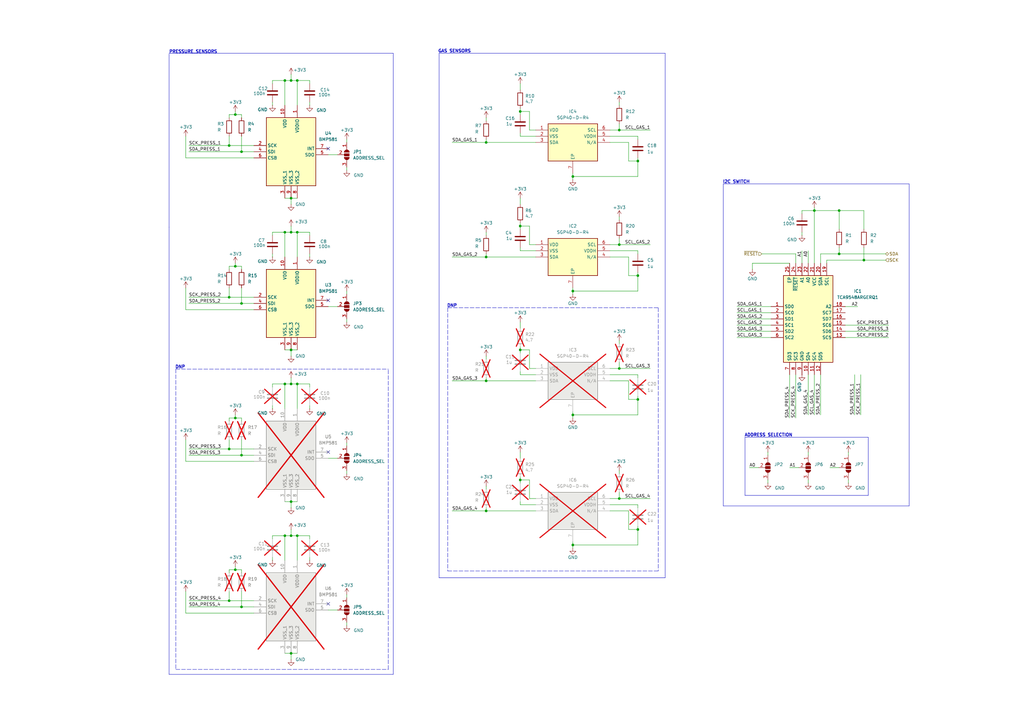
<source format=kicad_sch>
(kicad_sch (version 20231120) (generator "eeschema") (generator_version "8.0")
  (paper "A3")
  (junction (at 119.38 219.71))
  (junction (at 116.84 95.25))
  (junction (at 119.38 143.51))
  (junction (at 234.95 119.38))
  (junction (at 121.92 157.48))
  (junction (at 261.62 217.17))
  (junction (at 96.52 46.99))
  (junction (at 96.52 233.68))
  (junction (at 99.06 62.23))
  (junction (at 213.36 45.72))
  (junction (at 99.06 248.92))
  (junction (at 344.17 104.14))
  (junction (at 199.39 156.21))
  (junction (at 93.98 246.38))
  (junction (at 199.39 105.41))
  (junction (at 121.92 219.71))
  (junction (at 261.62 113.03))
  (junction (at 96.52 171.45))
  (junction (at 93.98 121.92))
  (junction (at 99.06 124.46))
  (junction (at 119.38 157.48))
  (junction (at 121.92 33.02))
  (junction (at 254 151.13))
  (junction (at 234.95 72.39))
  (junction (at 213.36 143.51))
  (junction (at 344.17 86.36))
  (junction (at 261.62 163.83))
  (junction (at 213.36 196.85))
  (junction (at 199.39 58.42))
  (junction (at 121.92 95.25))
  (junction (at 96.52 109.22))
  (junction (at 119.38 267.97))
  (junction (at 119.38 81.28))
  (junction (at 234.95 223.52))
  (junction (at 254 53.34))
  (junction (at 354.33 106.68))
  (junction (at 119.38 95.25))
  (junction (at 116.84 219.71))
  (junction (at 116.84 157.48))
  (junction (at 254 204.47))
  (junction (at 93.98 184.15))
  (junction (at 334.01 86.36))
  (junction (at 261.62 66.04))
  (junction (at 116.84 33.02))
  (junction (at 213.36 92.71))
  (junction (at 99.06 186.69))
  (junction (at 119.38 205.74))
  (junction (at 234.95 170.18))
  (junction (at 119.38 33.02))
  (junction (at 199.39 209.55))
  (junction (at 254 100.33))
  (junction (at 93.98 59.69))
  (no_connect (at 134.62 123.19))
  (no_connect (at 134.62 60.96))
  (no_connect (at 134.62 247.65))
  (no_connect (at 134.62 185.42))
  (wire (pts (xy 121.92 33.02) (xy 121.92 43.18)))
  (wire (pts (xy 134.62 250.19) (xy 138.43 250.19)))
  (wire (pts (xy 119.38 267.97) (xy 119.38 270.51)))
  (wire (pts (xy 119.38 92.71) (xy 119.38 95.25)))
  (wire (pts (xy 119.38 143.51) (xy 119.38 146.05)))
  (wire (pts (xy 99.06 242.57) (xy 99.06 248.92)))
  (polyline (pts (xy 272.796 236.982) (xy 180.086 236.982)))
  (wire (pts (xy 119.38 267.97) (xy 121.92 267.97)))
  (wire (pts (xy 96.52 107.95) (xy 96.52 109.22)))
  (wire (pts (xy 76.2 118.11) (xy 76.2 127)))
  (polyline (pts (xy 296.672 75.438) (xy 296.672 207.518)))
  (wire (pts (xy 339.09 106.68) (xy 354.33 106.68)))
  (wire (pts (xy 261.62 72.39) (xy 261.62 66.04)))
  (wire (pts (xy 111.76 96.52) (xy 111.76 95.25)))
  (wire (pts (xy 121.92 219.71) (xy 127 219.71)))
  (wire (pts (xy 119.38 205.74) (xy 116.84 205.74)))
  (wire (pts (xy 250.19 55.88) (xy 261.62 55.88)))
  (wire (pts (xy 257.81 156.21) (xy 257.81 163.83)))
  (wire (pts (xy 302.26 135.89) (xy 316.23 135.89)))
  (wire (pts (xy 77.47 62.23) (xy 99.06 62.23)))
  (wire (pts (xy 217.17 45.72) (xy 213.36 45.72)))
  (wire (pts (xy 111.76 157.48) (xy 116.84 157.48)))
  (wire (pts (xy 99.06 233.68) (xy 99.06 234.95)))
  (polyline (pts (xy 72.136 274.574) (xy 159.258 274.574)) (stroke (width 0) (type dash)))
  (wire (pts (xy 119.38 81.28) (xy 116.84 81.28)))
  (wire (pts (xy 76.2 189.23) (xy 104.14 189.23)))
  (polyline (pts (xy 183.642 126.238) (xy 183.642 234.188)) (stroke (width 0) (type dash)))
  (wire (pts (xy 254 193.04) (xy 254 194.31)))
  (polyline (pts (xy 72.136 151.384) (xy 72.136 274.574)) (stroke (width 0) (type dash)))
  (wire (pts (xy 77.47 124.46) (xy 99.06 124.46)))
  (wire (pts (xy 116.84 157.48) (xy 116.84 167.64)))
  (wire (pts (xy 234.95 168.91) (xy 234.95 170.18)))
  (wire (pts (xy 213.36 142.24) (xy 213.36 143.51)))
  (wire (pts (xy 121.92 33.02) (xy 127 33.02)))
  (polyline (pts (xy 356.108 203.2) (xy 356.108 179.324)))
  (wire (pts (xy 346.71 135.89) (xy 364.49 135.89)))
  (wire (pts (xy 96.52 109.22) (xy 93.98 109.22)))
  (wire (pts (xy 119.38 81.28) (xy 121.92 81.28)))
  (polyline (pts (xy 296.672 207.518) (xy 372.872 207.518)))
  (wire (pts (xy 250.19 105.41) (xy 257.81 105.41)))
  (polyline (pts (xy 69.342 22.098) (xy 69.342 93.218)))
  (wire (pts (xy 250.19 204.47) (xy 254 204.47)))
  (wire (pts (xy 213.36 92.71) (xy 213.36 93.98)))
  (polyline (pts (xy 305.562 203.2) (xy 356.108 203.2)))
  (wire (pts (xy 234.95 222.25) (xy 234.95 223.52)))
  (wire (pts (xy 99.06 55.88) (xy 99.06 62.23)))
  (wire (pts (xy 93.98 180.34) (xy 93.98 184.15)))
  (wire (pts (xy 119.38 267.97) (xy 116.84 267.97)))
  (wire (pts (xy 254 100.33) (xy 254 97.79)))
  (wire (pts (xy 257.81 105.41) (xy 257.81 113.03)))
  (wire (pts (xy 254 204.47) (xy 266.7 204.47)))
  (wire (pts (xy 119.38 219.71) (xy 121.92 219.71)))
  (wire (pts (xy 116.84 219.71) (xy 116.84 229.87)))
  (wire (pts (xy 119.38 95.25) (xy 116.84 95.25)))
  (polyline (pts (xy 183.642 234.188) (xy 270.002 234.188)) (stroke (width 0) (type dash)))
  (wire (pts (xy 119.38 157.48) (xy 116.84 157.48)))
  (wire (pts (xy 334.01 85.09) (xy 334.01 86.36)))
  (wire (pts (xy 302.26 130.81) (xy 316.23 130.81)))
  (wire (pts (xy 96.52 46.99) (xy 99.06 46.99)))
  (wire (pts (xy 217.17 151.13) (xy 217.17 143.51)))
  (wire (pts (xy 96.52 233.68) (xy 99.06 233.68)))
  (wire (pts (xy 199.39 156.21) (xy 199.39 154.94)))
  (wire (pts (xy 308.61 107.95) (xy 323.85 107.95)))
  (wire (pts (xy 111.76 95.25) (xy 116.84 95.25)))
  (wire (pts (xy 93.98 59.69) (xy 104.14 59.69)))
  (wire (pts (xy 142.24 256.54) (xy 142.24 255.27)))
  (wire (pts (xy 219.71 151.13) (xy 217.17 151.13)))
  (wire (pts (xy 217.17 143.51) (xy 213.36 143.51)))
  (wire (pts (xy 234.95 72.39) (xy 234.95 73.66)))
  (wire (pts (xy 213.36 205.74) (xy 213.36 207.01)))
  (wire (pts (xy 119.38 205.74) (xy 119.38 208.28)))
  (wire (pts (xy 353.06 153.67) (xy 353.06 170.18)))
  (wire (pts (xy 261.62 217.17) (xy 261.62 215.9)))
  (wire (pts (xy 93.98 246.38) (xy 104.14 246.38)))
  (wire (pts (xy 250.19 100.33) (xy 254 100.33)))
  (polyline (pts (xy 305.562 179.324) (xy 305.562 203.2)))
  (wire (pts (xy 93.98 242.57) (xy 93.98 246.38)))
  (wire (pts (xy 213.36 207.01) (xy 219.71 207.01)))
  (wire (pts (xy 219.71 209.55) (xy 199.39 209.55)))
  (wire (pts (xy 213.36 55.88) (xy 219.71 55.88)))
  (wire (pts (xy 134.62 125.73) (xy 138.43 125.73)))
  (wire (pts (xy 93.98 171.45) (xy 93.98 172.72)))
  (wire (pts (xy 328.93 87.63) (xy 328.93 86.36)))
  (wire (pts (xy 96.52 109.22) (xy 99.06 109.22)))
  (wire (pts (xy 339.09 107.95) (xy 339.09 106.68)))
  (wire (pts (xy 354.33 106.68) (xy 363.22 106.68)))
  (wire (pts (xy 119.38 143.51) (xy 116.84 143.51)))
  (wire (pts (xy 213.36 102.87) (xy 219.71 102.87)))
  (wire (pts (xy 76.2 127) (xy 104.14 127)))
  (polyline (pts (xy 69.342 21.844) (xy 161.29 21.844)))
  (wire (pts (xy 213.36 91.44) (xy 213.36 92.71)))
  (wire (pts (xy 119.38 81.28) (xy 119.38 83.82)))
  (wire (pts (xy 213.36 143.51) (xy 213.36 144.78)))
  (polyline (pts (xy 161.29 276.606) (xy 161.29 21.844)))
  (wire (pts (xy 96.52 232.41) (xy 96.52 233.68)))
  (wire (pts (xy 308.61 110.49) (xy 308.61 107.95)))
  (wire (pts (xy 77.47 184.15) (xy 93.98 184.15)))
  (wire (pts (xy 261.62 66.04) (xy 261.62 64.77)))
  (wire (pts (xy 96.52 170.18) (xy 96.52 171.45)))
  (wire (pts (xy 302.26 125.73) (xy 316.23 125.73)))
  (wire (pts (xy 119.38 143.51) (xy 121.92 143.51)))
  (wire (pts (xy 142.24 194.31) (xy 142.24 193.04)))
  (wire (pts (xy 213.36 185.42) (xy 213.36 187.96)))
  (polyline (pts (xy 180.086 21.844) (xy 180.086 236.982)))
  (wire (pts (xy 99.06 180.34) (xy 99.06 186.69)))
  (wire (pts (xy 99.06 248.92) (xy 104.14 248.92)))
  (wire (pts (xy 199.39 105.41) (xy 199.39 104.14)))
  (wire (pts (xy 234.95 72.39) (xy 261.62 72.39)))
  (wire (pts (xy 336.55 104.14) (xy 344.17 104.14)))
  (wire (pts (xy 250.19 102.87) (xy 261.62 102.87)))
  (wire (pts (xy 340.36 191.77) (xy 344.17 191.77)))
  (wire (pts (xy 213.36 196.85) (xy 213.36 198.12)))
  (wire (pts (xy 111.76 41.91) (xy 111.76 43.18)))
  (wire (pts (xy 254 53.34) (xy 254 50.8)))
  (wire (pts (xy 199.39 95.25) (xy 199.39 96.52)))
  (wire (pts (xy 76.2 55.88) (xy 76.2 64.77)))
  (wire (pts (xy 254 151.13) (xy 266.7 151.13)))
  (wire (pts (xy 119.38 154.94) (xy 119.38 157.48)))
  (wire (pts (xy 219.71 204.47) (xy 217.17 204.47)))
  (wire (pts (xy 346.71 125.73) (xy 351.79 125.73)))
  (wire (pts (xy 331.47 185.42) (xy 331.47 186.69)))
  (wire (pts (xy 261.62 207.01) (xy 261.62 208.28)))
  (wire (pts (xy 142.24 181.61) (xy 142.24 182.88)))
  (wire (pts (xy 99.06 186.69) (xy 104.14 186.69)))
  (wire (pts (xy 96.52 171.45) (xy 93.98 171.45)))
  (wire (pts (xy 314.96 198.12) (xy 314.96 196.85)))
  (wire (pts (xy 234.95 170.18) (xy 234.95 171.45)))
  (wire (pts (xy 336.55 107.95) (xy 336.55 104.14)))
  (wire (pts (xy 346.71 138.43) (xy 364.49 138.43)))
  (wire (pts (xy 234.95 119.38) (xy 234.95 120.65)))
  (wire (pts (xy 261.62 55.88) (xy 261.62 57.15)))
  (wire (pts (xy 354.33 101.6) (xy 354.33 106.68)))
  (wire (pts (xy 213.36 152.4) (xy 213.36 153.67)))
  (wire (pts (xy 77.47 246.38) (xy 93.98 246.38)))
  (polyline (pts (xy 159.258 274.574) (xy 159.258 151.384)) (stroke (width 0) (type dash)))
  (wire (pts (xy 302.26 128.27) (xy 316.23 128.27)))
  (wire (pts (xy 121.92 157.48) (xy 127 157.48)))
  (wire (pts (xy 302.26 138.43) (xy 316.23 138.43)))
  (wire (pts (xy 99.06 124.46) (xy 104.14 124.46)))
  (wire (pts (xy 93.98 55.88) (xy 93.98 59.69)))
  (wire (pts (xy 121.92 95.25) (xy 121.92 105.41)))
  (wire (pts (xy 257.81 113.03) (xy 261.62 113.03)))
  (wire (pts (xy 199.39 199.39) (xy 199.39 200.66)))
  (wire (pts (xy 326.39 104.14) (xy 326.39 107.95)))
  (wire (pts (xy 257.81 58.42) (xy 257.81 66.04)))
  (wire (pts (xy 254 41.91) (xy 254 43.18)))
  (wire (pts (xy 93.98 121.92) (xy 104.14 121.92)))
  (wire (pts (xy 127 220.98) (xy 127 219.71)))
  (wire (pts (xy 334.01 86.36) (xy 334.01 107.95)))
  (polyline (pts (xy 372.872 207.518) (xy 372.872 75.438)))
  (wire (pts (xy 119.38 205.74) (xy 121.92 205.74)))
  (wire (pts (xy 111.76 219.71) (xy 116.84 219.71)))
  (wire (pts (xy 213.36 34.29) (xy 213.36 36.83)))
  (wire (pts (xy 331.47 198.12) (xy 331.47 196.85)))
  (wire (pts (xy 234.95 119.38) (xy 261.62 119.38)))
  (wire (pts (xy 254 88.9) (xy 254 90.17)))
  (wire (pts (xy 250.19 53.34) (xy 254 53.34)))
  (wire (pts (xy 331.47 102.87) (xy 331.47 107.95)))
  (wire (pts (xy 121.92 95.25) (xy 127 95.25)))
  (wire (pts (xy 121.92 157.48) (xy 121.92 167.64)))
  (polyline (pts (xy 72.136 151.384) (xy 159.258 151.384)) (stroke (width 0) (type dash)))
  (wire (pts (xy 119.38 33.02) (xy 121.92 33.02)))
  (wire (pts (xy 336.55 153.67) (xy 336.55 170.18)))
  (wire (pts (xy 99.06 62.23) (xy 104.14 62.23)))
  (wire (pts (xy 217.17 53.34) (xy 217.17 45.72)))
  (polyline (pts (xy 69.342 93.218) (xy 69.342 276.606)))
  (wire (pts (xy 119.38 217.17) (xy 119.38 219.71)))
  (wire (pts (xy 199.39 48.26) (xy 199.39 49.53)))
  (wire (pts (xy 219.71 100.33) (xy 217.17 100.33)))
  (wire (pts (xy 111.76 33.02) (xy 116.84 33.02)))
  (wire (pts (xy 76.2 242.57) (xy 76.2 251.46)))
  (wire (pts (xy 261.62 119.38) (xy 261.62 113.03)))
  (wire (pts (xy 326.39 153.67) (xy 326.39 171.45)))
  (wire (pts (xy 234.95 170.18) (xy 261.62 170.18)))
  (wire (pts (xy 142.24 132.08) (xy 142.24 130.81)))
  (wire (pts (xy 354.33 86.36) (xy 344.17 86.36)))
  (wire (pts (xy 185.42 156.21) (xy 199.39 156.21)))
  (wire (pts (xy 234.95 223.52) (xy 234.95 224.79)))
  (wire (pts (xy 127 34.29) (xy 127 33.02)))
  (wire (pts (xy 261.62 163.83) (xy 261.62 162.56)))
  (wire (pts (xy 119.38 33.02) (xy 116.84 33.02)))
  (wire (pts (xy 314.96 185.42) (xy 314.96 186.69)))
  (wire (pts (xy 185.42 209.55) (xy 199.39 209.55)))
  (wire (pts (xy 213.36 132.08) (xy 213.36 134.62)))
  (wire (pts (xy 199.39 209.55) (xy 199.39 208.28)))
  (wire (pts (xy 312.42 104.14) (xy 326.39 104.14)))
  (wire (pts (xy 76.2 251.46) (xy 104.14 251.46)))
  (wire (pts (xy 213.36 54.61) (xy 213.36 55.88)))
  (wire (pts (xy 219.71 105.41) (xy 199.39 105.41)))
  (wire (pts (xy 199.39 146.05) (xy 199.39 147.32)))
  (wire (pts (xy 254 100.33) (xy 266.7 100.33)))
  (wire (pts (xy 93.98 184.15) (xy 104.14 184.15)))
  (wire (pts (xy 323.85 153.67) (xy 323.85 171.45)))
  (wire (pts (xy 134.62 187.96) (xy 138.43 187.96)))
  (wire (pts (xy 96.52 171.45) (xy 99.06 171.45)))
  (wire (pts (xy 323.85 191.77) (xy 327.66 191.77)))
  (wire (pts (xy 213.36 45.72) (xy 213.36 46.99)))
  (wire (pts (xy 347.98 198.12) (xy 347.98 196.85)))
  (wire (pts (xy 142.24 243.84) (xy 142.24 245.11)))
  (wire (pts (xy 219.71 53.34) (xy 217.17 53.34)))
  (polyline (pts (xy 69.342 276.606) (xy 161.29 276.606)))
  (wire (pts (xy 111.76 158.75) (xy 111.76 157.48)))
  (wire (pts (xy 250.19 151.13) (xy 254 151.13)))
  (wire (pts (xy 77.47 121.92) (xy 93.98 121.92)))
  (wire (pts (xy 111.76 34.29) (xy 111.76 33.02)))
  (wire (pts (xy 121.92 219.71) (xy 121.92 229.87)))
  (wire (pts (xy 217.17 196.85) (xy 213.36 196.85)))
  (wire (pts (xy 96.52 46.99) (xy 93.98 46.99)))
  (wire (pts (xy 142.24 69.85) (xy 142.24 68.58)))
  (wire (pts (xy 99.06 109.22) (xy 99.06 110.49)))
  (wire (pts (xy 99.06 118.11) (xy 99.06 124.46)))
  (wire (pts (xy 127 228.6) (xy 127 229.87)))
  (wire (pts (xy 119.38 30.48) (xy 119.38 33.02)))
  (wire (pts (xy 219.71 156.21) (xy 199.39 156.21)))
  (wire (pts (xy 213.36 101.6) (xy 213.36 102.87)))
  (wire (pts (xy 354.33 93.98) (xy 354.33 86.36)))
  (wire (pts (xy 219.71 58.42) (xy 199.39 58.42)))
  (wire (pts (xy 142.24 119.38) (xy 142.24 120.65)))
  (wire (pts (xy 217.17 204.47) (xy 217.17 196.85)))
  (wire (pts (xy 334.01 153.67) (xy 334.01 170.18)))
  (polyline (pts (xy 180.086 21.844) (xy 272.796 21.844)))
  (wire (pts (xy 257.81 163.83) (xy 261.62 163.83)))
  (wire (pts (xy 213.36 195.58) (xy 213.36 196.85)))
  (wire (pts (xy 346.71 133.35) (xy 364.49 133.35)))
  (wire (pts (xy 93.98 233.68) (xy 93.98 234.95)))
  (wire (pts (xy 250.19 207.01) (xy 261.62 207.01)))
  (wire (pts (xy 111.76 228.6) (xy 111.76 229.87)))
  (wire (pts (xy 76.2 180.34) (xy 76.2 189.23)))
  (wire (pts (xy 250.19 58.42) (xy 257.81 58.42)))
  (wire (pts (xy 261.62 113.03) (xy 261.62 111.76)))
  (wire (pts (xy 344.17 104.14) (xy 363.22 104.14)))
  (wire (pts (xy 217.17 92.71) (xy 213.36 92.71)))
  (wire (pts (xy 142.24 57.15) (xy 142.24 58.42)))
  (wire (pts (xy 99.06 46.99) (xy 99.06 48.26)))
  (wire (pts (xy 347.98 185.42) (xy 347.98 186.69)))
  (wire (pts (xy 77.47 248.92) (xy 99.06 248.92)))
  (wire (pts (xy 127 41.91) (xy 127 43.18)))
  (wire (pts (xy 134.62 63.5) (xy 138.43 63.5)))
  (polyline (pts (xy 270.002 126.238) (xy 270.002 234.188)) (stroke (width 0) (type dash)))
  (wire (pts (xy 77.47 186.69) (xy 99.06 186.69)))
  (wire (pts (xy 254 151.13) (xy 254 148.59)))
  (wire (pts (xy 119.38 219.71) (xy 116.84 219.71)))
  (wire (pts (xy 199.39 58.42) (xy 199.39 57.15)))
  (wire (pts (xy 328.93 95.25) (xy 328.93 96.52)))
  (wire (pts (xy 261.62 170.18) (xy 261.62 163.83)))
  (wire (pts (xy 185.42 58.42) (xy 199.39 58.42)))
  (wire (pts (xy 250.19 209.55) (xy 257.81 209.55)))
  (wire (pts (xy 99.06 171.45) (xy 99.06 172.72)))
  (wire (pts (xy 93.98 118.11) (xy 93.98 121.92)))
  (wire (pts (xy 254 53.34) (xy 266.7 53.34)))
  (wire (pts (xy 234.95 223.52) (xy 261.62 223.52)))
  (wire (pts (xy 127 158.75) (xy 127 157.48)))
  (wire (pts (xy 111.76 104.14) (xy 111.76 105.41)))
  (wire (pts (xy 234.95 71.12) (xy 234.95 72.39)))
  (wire (pts (xy 127 166.37) (xy 127 167.64)))
  (wire (pts (xy 96.52 233.68) (xy 93.98 233.68)))
  (wire (pts (xy 261.62 153.67) (xy 261.62 154.94)))
  (wire (pts (xy 213.36 153.67) (xy 219.71 153.67)))
  (wire (pts (xy 328.93 86.36) (xy 334.01 86.36)))
  (wire (pts (xy 261.62 102.87) (xy 261.62 104.14)))
  (wire (pts (xy 213.36 44.45) (xy 213.36 45.72)))
  (polyline (pts (xy 296.672 75.438) (xy 372.872 75.438)))
  (wire (pts (xy 257.81 217.17) (xy 261.62 217.17)))
  (wire (pts (xy 250.19 156.21) (xy 257.81 156.21)))
  (wire (pts (xy 213.36 81.28) (xy 213.36 83.82)))
  (wire (pts (xy 93.98 109.22) (xy 93.98 110.49)))
  (wire (pts (xy 127 104.14) (xy 127 105.41)))
  (wire (pts (xy 111.76 166.37) (xy 111.76 167.64)))
  (wire (pts (xy 257.81 209.55) (xy 257.81 217.17)))
  (wire (pts (xy 96.52 45.72) (xy 96.52 46.99)))
  (wire (pts (xy 127 96.52) (xy 127 95.25)))
  (wire (pts (xy 119.38 95.25) (xy 121.92 95.25)))
  (wire (pts (xy 350.52 153.67) (xy 350.52 170.18)))
  (wire (pts (xy 344.17 86.36) (xy 334.01 86.36)))
  (wire (pts (xy 116.84 95.25) (xy 116.84 105.41)))
  (wire (pts (xy 328.93 102.87) (xy 328.93 107.95)))
  (polyline (pts (xy 305.562 179.324) (xy 356.108 179.324)))
  (wire (pts (xy 185.42 105.41) (xy 199.39 105.41)))
  (wire (pts (xy 119.38 157.48) (xy 121.92 157.48)))
  (wire (pts (xy 234.95 118.11) (xy 234.95 119.38)))
  (wire (pts (xy 217.17 100.33) (xy 217.17 92.71)))
  (wire (pts (xy 307.34 191.77) (xy 311.15 191.77)))
  (wire (pts (xy 344.17 93.98) (xy 344.17 86.36)))
  (wire (pts (xy 261.62 223.52) (xy 261.62 217.17)))
  (polyline (pts (xy 183.642 126.238) (xy 270.002 126.238)) (stroke (width 0) (type dash)))
  (wire (pts (xy 111.76 220.98) (xy 111.76 219.71)))
  (wire (pts (xy 77.47 59.69) (xy 93.98 59.69)))
  (wire (pts (xy 254 139.7) (xy 254 140.97)))
  (polyline (pts (xy 272.796 21.844) (xy 272.796 236.982)))
  (wire (pts (xy 257.81 66.04) (xy 261.62 66.04)))
  (wire (pts (xy 254 204.47) (xy 254 201.93)))
  (wire (pts (xy 76.2 64.77) (xy 104.14 64.77)))
  (wire (pts (xy 344.17 101.6) (xy 344.17 104.14)))
  (wire (pts (xy 302.26 133.35) (xy 316.23 133.35)))
  (wire (pts (xy 250.19 153.67) (xy 261.62 153.67)))
  (wire (pts (xy 93.98 46.99) (xy 93.98 48.26)))
  (wire (pts (xy 331.47 153.67) (xy 331.47 170.18)))
  (wire (pts (xy 116.84 33.02) (xy 116.84 43.18)))
  (text "GAS SENSORS" (at 186.436 21.082 0) (effects (font (size 1.27 1.27) (thickness 0.254) (bold yes))))
  (text "I2C SWITCH" (at 302.006 74.676 0) (effects (font (size 1.27 1.27) (thickness 0.254) (bold yes))))
  (text "DNP" (at 185.42 125.476 0) (effects (font (size 1.27 1.27) (thickness 0.254) (bold yes))))
  (text "ADDRESS SELECTION" (at 315.214 178.562 0) (effects (font (size 1.27 1.27) (thickness 0.254) (bold yes))))
  (text "DNP" (at 73.914 150.622 0) (effects (font (size 1.27 1.27) (thickness 0.254) (bold yes))))
  (text "PRESSURE_SENSORS" (at 79.248 21.336 0) (effects (font (size 1.27 1.27) (thickness 0.254) (bold yes))))
  (label "SCL_GAS_3" (at 266.7 151.13 180))
  (label "SDA_GAS_2" (at 185.42 105.41 0))
  (label "A2" (at 351.79 125.73 180))
  (label "SCK_PRESS_2" (at 77.47 121.92 0))
  (label "SCK_PRESS_2" (at 364.49 138.43 180))
  (label "SCL_GAS_4" (at 334.01 170.18 90))
  (label "SDA_GAS_1" (at 302.26 125.73 0))
  (label "SCK_PRESS_3" (at 77.47 184.15 0))
  (label "SCK_PRESS_1" (at 353.06 170.18 90))
  (label "A1" (at 328.93 102.87 270) (effects (font (thickness 0.1588))))
  (label "SDA_GAS_2" (at 302.26 130.81 0))
  (label "SCK_PRESS_4" (at 326.39 171.45 90))
  (label "SDA_PRESS_2" (at 336.55 170.18 90))
  (label "SDA_GAS_3" (at 185.42 156.21 0))
  (label "SDA_PRESS_3" (at 364.49 135.89 180))
  (label "SDA_GAS_4" (at 331.47 170.18 90))
  (label "SCL_GAS_2" (at 266.7 100.33 180))
  (label "A0" (at 331.47 102.87 270) (effects (font (thickness 0.1588))))
  (label "A0" (at 307.34 191.77 0))
  (label "A2" (at 340.36 191.77 0))
  (label "SDA_PRESS_4" (at 323.85 171.45 90))
  (label "SDA_PRESS_3" (at 77.47 186.69 0))
  (label "A1" (at 323.85 191.77 0))
  (label "SDA_PRESS_2" (at 77.47 124.46 0))
  (label "SCK_PRESS_4" (at 77.47 246.38 0))
  (label "SDA_GAS_3" (at 302.26 135.89 0))
  (label "SDA_GAS_4" (at 185.42 209.55 0))
  (label "SCL_GAS_2" (at 302.26 133.35 0))
  (label "SDA_GAS_1" (at 185.42 58.42 0))
  (label "SCL_GAS_3" (at 302.26 138.43 0))
  (label "SCL_GAS_4" (at 266.7 204.47 180))
  (label "SDA_PRESS_1" (at 350.52 170.18 90))
  (label "SCK_PRESS_3" (at 364.49 133.35 180))
  (label "SCL_GAS_1" (at 266.7 53.34 180))
  (label "SDA_PRESS_4" (at 77.47 248.92 0))
  (label "SCK_PRESS_1" (at 77.47 59.69 0))
  (label "SCL_GAS_1" (at 302.26 128.27 0))
  (label "SDA_PRESS_1" (at 77.47 62.23 0))
  (hierarchical_label "SDA" (shape bidirectional) (at 363.22 104.14 0) (effects (font (thickness 0.1588))))
  (hierarchical_label "SCK" (shape input) (at 363.22 106.68 0) (effects (font (thickness 0.1588))))
  (hierarchical_label "~{RESET}" (shape input) (at 312.42 104.14 180))
  (symbol (lib_id "SGP40:SGP40-D-R4") (at 219.71 53.34 0) (unit 1)
    (property "Reference" "IC4" (at 234.95 45.72 0))
    (property "Value" "SGP40-D-R4" (at 234.95 48.26 0))
    (property "Footprint" "Local:SON80P244X244X95-7N" (effects (hide yes)))
    (property "Description" "Air Quality Sensors Gas Sensor 2.5k pcs IC" (effects (hide yes)))
    (property "Height" "0.95" (effects (hide yes)))
    (property "Mouser Part Number" "403-SGP40-D-R4" (effects (hide yes)))
    (property "Mouser Price/Stock" "https://www.mouser.co.uk/ProductDetail/Sensirion/SGP40-D-R4?qs=yqaQSyyJnNgaRqiZfsbS1Q%3D%3D" (effects (hide yes)))
    (property "Manufacturer_Name" "Sensirion" (effects (hide yes)))
    (property "Manufacturer_Part_Number" "SGP40-D-R4" (effects (hide yes)))
  )
  (symbol (lib_id "Device:R") (at 93.98 52.07 0) (unit 1)
    (property "Reference" "R3" (at 89.154 50.8 0) (effects (justify left)))
    (property "Value" "R" (at 89.154 53.34 0) (effects (justify left)))
    (property "Footprint" "Resistor_SMD:R_0603_1608Metric" (effects (hide yes)))
    (property "Description" "Resistor" (effects (hide yes)))
  )
  (symbol (lib_id "power:+3V3") (at 334.01 85.09 0) (unit 1)
    (property "Reference" "#PWR15" (effects (hide yes)))
    (property "Value" "+3V3" (at 334.01 81.28 0))
    (property "Description" "Power symbol creates a global label with name \"+3V3\"" (effects (hide yes)))
  )
  (symbol (lib_id "power:+3V3") (at 96.52 107.95 0) (unit 1)
    (property "Reference" "#PWR19" (effects (hide yes)))
    (property "Value" "+3V3" (at 96.52 104.14 0))
    (property "Description" "Power symbol creates a global label with name \"+3V3\"" (effects (hide yes)))
  )
  (symbol (lib_id "Device:R") (at 344.17 97.79 0) (unit 1)
    (property "Reference" "R1" (at 346.71 96.5199 0) (effects (justify left)))
    (property "Value" "R" (at 346.71 99.0599 0) (effects (justify left)))
    (property "Footprint" "Resistor_SMD:R_0603_1608Metric" (effects (hide yes)))
    (property "Description" "Resistor" (effects (hide yes)))
  )
  (symbol (lib_id "Device:R") (at 199.39 100.33 0) (unit 1)
    (property "Reference" "R5" (at 194.818 98.552 0) (effects (justify left)))
    (property "Value" "R" (at 194.818 101.092 0) (effects (justify left)))
    (property "Footprint" "Resistor_SMD:R_0603_1608Metric" (effects (hide yes)))
    (property "Description" "Resistor" (effects (hide yes)))
  )
  (symbol (lib_name "BMP581_1") (lib_id "BMP581:BMP581") (at 104.14 185.42 0) (unit 1) (in_bom no) (dnp yes)
    (property "Reference" "U5" (at 134.62 179.1014 0))
    (property "Value" "BMP581" (at 134.62 181.6414 0))
    (property "Footprint" "Local:BMP581" (effects (hide yes)))
    (property "Datasheet" "https://www.bosch-sensortec.com/media/boschsensortec/downloads/datasheets/bst-bmp581-ds004.pdf" (effects (hide yes)))
    (property "Description" "Pressure Sensor 4.35PSI ~ 18.13PSI (30kPa ~ 125kPa) Absolute 10-WFLGA" (effects (hide yes)))
    (property "Height" "0.8" (effects (hide yes)))
    (property "Mouser Part Number" "262-BMP581" (effects (hide yes)))
    (property "Mouser Price/Stock" "https://www.mouser.co.uk/ProductDetail/Bosch-Sensortec/BMP581?qs=Li%252BoUPsLEntPL9tlFmcgXg%3D%3D" (effects (hide yes)))
    (property "Manufacturer_Name" "BOSCH" (effects (hide yes)))
    (property "Manufacturer_Part_Number" "BMP581" (effects (hide yes)))
  )
  (symbol (lib_id "power:GND") (at 119.38 208.28 0) (unit 1)
    (property "Reference" "#PWR49" (effects (hide yes)))
    (property "Value" "GND" (at 123.19 208.28 0))
    (property "Description" "Power symbol creates a global label with name \"GND\" , ground" (effects (hide yes)))
  )
  (symbol (lib_id "Device:R") (at 254 46.99 0) (unit 1)
    (property "Reference" "R12" (at 256.54 45.7199 0) (effects (justify left)))
    (property "Value" "R" (at 256.54 48.2599 0) (effects (justify left)))
    (property "Footprint" "Resistor_SMD:R_0603_1608Metric" (effects (hide yes)))
    (property "Description" "Resistor" (effects (hide yes)))
  )
  (symbol (lib_id "Device:C") (at 261.62 60.96 0) (unit 1)
    (property "Reference" "C18" (at 265.43 59.6899 0) (effects (justify left)))
    (property "Value" "1u" (at 265.43 62.2299 0) (effects (justify left)))
    (property "Footprint" "Capacitor_SMD:C_0603_1608Metric" (effects (hide yes)))
    (property "Description" "Unpolarized capacitor" (effects (hide yes)))
  )
  (symbol (lib_id "power:GND") (at 111.76 105.41 0) (unit 1)
    (property "Reference" "#PWR28" (effects (hide yes)))
    (property "Value" "GND" (at 107.696 107.188 0))
    (property "Description" "Power symbol creates a global label with name \"GND\" , ground" (effects (hide yes)))
  )
  (symbol (lib_name "BMP581_1") (lib_id "BMP581:BMP581") (at 104.14 60.96 0) (unit 1)
    (property "Reference" "U4" (at 134.62 54.6414 0))
    (property "Value" "BMP581" (at 134.62 57.1814 0))
    (property "Footprint" "Local:BMP581" (effects (hide yes)))
    (property "Datasheet" "https://www.bosch-sensortec.com/media/boschsensortec/downloads/datasheets/bst-bmp581-ds004.pdf" (effects (hide yes)))
    (property "Description" "Pressure Sensor 4.35PSI ~ 18.13PSI (30kPa ~ 125kPa) Absolute 10-WFLGA" (effects (hide yes)))
    (property "Height" "0.8" (effects (hide yes)))
    (property "Mouser Part Number" "262-BMP581" (effects (hide yes)))
    (property "Mouser Price/Stock" "https://www.mouser.co.uk/ProductDetail/Bosch-Sensortec/BMP581?qs=Li%252BoUPsLEntPL9tlFmcgXg%3D%3D" (effects (hide yes)))
    (property "Manufacturer_Name" "BOSCH" (effects (hide yes)))
    (property "Manufacturer_Part_Number" "BMP581" (effects (hide yes)))
  )
  (symbol (lib_id "Device:C") (at 328.93 91.44 0) (unit 1)
    (property "Reference" "C6" (at 323.088 89.662 0) (effects (justify left)))
    (property "Value" "100n" (at 321.056 91.694 0) (effects (justify left)))
    (property "Footprint" "Capacitor_SMD:C_0603_1608Metric" (effects (hide yes)))
    (property "Description" "Unpolarized capacitor" (effects (hide yes)))
  )
  (symbol (lib_id "power:GND") (at 127 229.87 0) (unit 1)
    (property "Reference" "#PWR58" (effects (hide yes)))
    (property "Value" "GND" (at 131.826 231.902 0))
    (property "Description" "Power symbol creates a global label with name \"GND\" , ground" (effects (hide yes)))
  )
  (symbol (lib_id "power:GND") (at 347.98 198.12 0) (unit 1)
    (property "Reference" "#PWR65" (effects (hide yes)))
    (property "Value" "GND" (at 352.806 200.152 0))
    (property "Description" "Power symbol creates a global label with name \"GND\" , ground" (effects (hide yes)))
  )
  (symbol (lib_id "Jumper:SolderJumper_3_Open") (at 314.96 191.77 270) (unit 1) (exclude_from_sim yes) (in_bom no)
    (property "Reference" "JP2" (at 317.5 190.4999 90) (effects (justify left)))
    (property "Value" "SolderJumper_3_Open" (effects (hide yes)))
    (property "Footprint" "Jumper:SolderJumper-3_P1.3mm_Open_RoundedPad1.0x1.5mm" (effects (hide yes)))
    (property "Description" "Solder Jumper, 3-pole, open" (effects (hide yes)))
  )
  (symbol (lib_id "Device:C") (at 213.36 148.59 0) (unit 1) (in_bom no) (dnp yes)
    (property "Reference" "C15" (at 207.264 146.304 0) (effects (justify left)))
    (property "Value" "1u" (at 207.518 148.59 0) (effects (justify left)))
    (property "Footprint" "Capacitor_SMD:C_0603_1608Metric" (effects (hide yes)))
    (property "Description" "Unpolarized capacitor" (effects (hide yes)))
  )
  (symbol (lib_id "Device:C") (at 111.76 162.56 0) (unit 1) (in_bom no) (dnp yes)
    (property "Reference" "C9" (at 105.918 160.782 0) (effects (justify left)))
    (property "Value" "100n" (at 103.886 162.814 0) (effects (justify left)))
    (property "Footprint" "Capacitor_SMD:C_0603_1608Metric" (effects (hide yes)))
    (property "Description" "Unpolarized capacitor" (effects (hide yes)))
  )
  (symbol (lib_id "power:+3V3") (at 199.39 146.05 0) (unit 1)
    (property "Reference" "#PWR12" (effects (hide yes)))
    (property "Value" "+3V3" (at 199.39 142.24 0))
    (property "Description" "Power symbol creates a global label with name \"+3V3\"" (effects (hide yes)))
  )
  (symbol (lib_id "power:+3V3") (at 119.38 217.17 0) (unit 1)
    (property "Reference" "#PWR56" (effects (hide yes)))
    (property "Value" "+3V3" (at 122.936 215.392 0))
    (property "Description" "Power symbol creates a global label with name \"+3V3\"" (effects (hide yes)))
  )
  (symbol (lib_id "power:GND") (at 111.76 43.18 0) (unit 1)
    (property "Reference" "#PWR27" (effects (hide yes)))
    (property "Value" "GND" (at 107.696 44.958 0))
    (property "Description" "Power symbol creates a global label with name \"GND\" , ground" (effects (hide yes)))
  )
  (symbol (lib_id "Device:R") (at 213.36 87.63 0) (unit 1)
    (property "Reference" "R6" (at 215.392 86.36 0) (effects (justify left)))
    (property "Value" "4.7" (at 215.392 88.646 0) (effects (justify left)))
    (property "Footprint" "Resistor_SMD:R_0603_1608Metric" (effects (hide yes)))
    (property "Description" "Resistor" (effects (hide yes)))
  )
  (symbol (lib_id "power:+3V3") (at 213.36 185.42 0) (unit 1)
    (property "Reference" "#PWR8" (effects (hide yes)))
    (property "Value" "+3V3" (at 213.36 181.61 0))
    (property "Description" "Power symbol creates a global label with name \"+3V3\"" (effects (hide yes)))
  )
  (symbol (lib_id "Device:C") (at 261.62 107.95 0) (unit 1)
    (property "Reference" "C5" (at 265.43 106.6799 0) (effects (justify left)))
    (property "Value" "1u" (at 265.43 109.2199 0) (effects (justify left)))
    (property "Footprint" "Capacitor_SMD:C_0603_1608Metric" (effects (hide yes)))
    (property "Description" "Unpolarized capacitor" (effects (hide yes)))
  )
  (symbol (lib_id "power:+3V3") (at 119.38 30.48 0) (unit 1)
    (property "Reference" "#PWR33" (effects (hide yes)))
    (property "Value" "+3V3" (at 122.936 28.702 0))
    (property "Description" "Power symbol creates a global label with name \"+3V3\"" (effects (hide yes)))
  )
  (symbol (lib_id "power:+3V3") (at 254 193.04 0) (unit 1)
    (property "Reference" "#PWR63" (effects (hide yes)))
    (property "Value" "+3V3" (at 254 189.23 0))
    (property "Description" "Power symbol creates a global label with name \"+3V3\"" (effects (hide yes)))
  )
  (symbol (lib_id "Device:R") (at 99.06 114.3 0) (unit 1)
    (property "Reference" "R15" (at 101.6 113.0299 0) (effects (justify left)))
    (property "Value" "R" (at 101.6 115.5699 0) (effects (justify left)))
    (property "Footprint" "Resistor_SMD:R_0603_1608Metric" (effects (hide yes)))
    (property "Description" "Resistor" (effects (hide yes)))
  )
  (symbol (lib_id "power:GND") (at 234.95 120.65 0) (unit 1)
    (property "Reference" "#PWR10" (effects (hide yes)))
    (property "Value" "GND" (at 234.95 124.46 0))
    (property "Description" "Power symbol creates a global label with name \"GND\" , ground" (effects (hide yes)))
  )
  (symbol (lib_id "power:+3V3") (at 199.39 95.25 0) (unit 1)
    (property "Reference" "#PWR21" (effects (hide yes)))
    (property "Value" "+3V3" (at 199.39 91.44 0))
    (property "Description" "Power symbol creates a global label with name \"+3V3\"" (effects (hide yes)))
  )
  (symbol (lib_id "Device:C") (at 127 100.33 0) (unit 1)
    (property "Reference" "C8" (at 131.318 99.06 0) (effects (justify left)))
    (property "Value" "100n" (at 130.556 101.092 0) (effects (justify left)))
    (property "Footprint" "Capacitor_SMD:C_0603_1608Metric" (effects (hide yes)))
    (property "Description" "Unpolarized capacitor" (effects (hide yes)))
  )
  (symbol (lib_id "Device:R") (at 213.36 40.64 0) (unit 1)
    (property "Reference" "R10" (at 215.392 39.37 0) (effects (justify left)))
    (property "Value" "4.7" (at 215.392 41.656 0) (effects (justify left)))
    (property "Footprint" "Resistor_SMD:R_0603_1608Metric" (effects (hide yes)))
    (property "Description" "Resistor" (effects (hide yes)))
  )
  (symbol (lib_id "power:GND") (at 142.24 69.85 0) (unit 1)
    (property "Reference" "#PWR5" (effects (hide yes)))
    (property "Value" "GND" (at 147.066 71.882 0))
    (property "Description" "Power symbol creates a global label with name \"GND\" , ground" (effects (hide yes)))
  )
  (symbol (lib_id "power:GND") (at 119.38 146.05 0) (unit 1)
    (property "Reference" "#PWR30" (effects (hide yes)))
    (property "Value" "GND" (at 123.19 146.05 0))
    (property "Description" "Power symbol creates a global label with name \"GND\" , ground" (effects (hide yes)))
  )
  (symbol (lib_id "Device:C") (at 213.36 97.79 0) (unit 1)
    (property "Reference" "C4" (at 207.264 95.504 0) (effects (justify left)))
    (property "Value" "1u" (at 207.518 97.79 0) (effects (justify left)))
    (property "Footprint" "Capacitor_SMD:C_0603_1608Metric" (effects (hide yes)))
    (property "Description" "Unpolarized capacitor" (effects (hide yes)))
  )
  (symbol (lib_id "Device:C") (at 261.62 158.75 0) (unit 1) (in_bom no) (dnp yes)
    (property "Reference" "C20" (at 265.43 157.4799 0) (effects (justify left)))
    (property "Value" "1u" (at 265.43 160.0199 0) (effects (justify left)))
    (property "Footprint" "Capacitor_SMD:C_0603_1608Metric" (effects (hide yes)))
    (property "Description" "Unpolarized capacitor" (effects (hide yes)))
  )
  (symbol (lib_id "power:+3V3") (at 96.52 170.18 0) (unit 1)
    (property "Reference" "#PWR46" (effects (hide yes)))
    (property "Value" "+3V3" (at 96.52 166.37 0))
    (property "Description" "Power symbol creates a global label with name \"+3V3\"" (effects (hide yes)))
  )
  (symbol (lib_id "power:+3V3") (at 76.2 55.88 0) (unit 1)
    (property "Reference" "#PWR4" (effects (hide yes)))
    (property "Value" "+3V3" (at 76.2 52.07 0))
    (property "Description" "Power symbol creates a global label with name \"+3V3\"" (effects (hide yes)))
  )
  (symbol (lib_id "Device:C") (at 111.76 38.1 0) (unit 1)
    (property "Reference" "C12" (at 105.918 36.322 0) (effects (justify left)))
    (property "Value" "100n" (at 103.886 38.354 0) (effects (justify left)))
    (property "Footprint" "Capacitor_SMD:C_0603_1608Metric" (effects (hide yes)))
    (property "Description" "Unpolarized capacitor" (effects (hide yes)))
  )
  (symbol (lib_id "power:+3V3") (at 331.47 185.42 0) (unit 1)
    (property "Reference" "#PWR42" (effects (hide yes)))
    (property "Value" "+3V3" (at 331.47 181.61 0))
    (property "Description" "Power symbol creates a global label with name \"+3V3\"" (effects (hide yes)))
  )
  (symbol (lib_id "Device:R") (at 93.98 238.76 0) (unit 1) (in_bom no) (dnp yes)
    (property "Reference" "R18" (at 89.154 237.49 0) (effects (justify left)))
    (property "Value" "R" (at 89.154 240.03 0) (effects (justify left)))
    (property "Footprint" "Resistor_SMD:R_0603_1608Metric" (effects (hide yes)))
    (property "Description" "Resistor" (effects (hide yes)))
  )
  (symbol (lib_id "power:GND") (at 314.96 198.12 0) (unit 1)
    (property "Reference" "#PWR40" (effects (hide yes)))
    (property "Value" "GND" (at 319.786 200.152 0))
    (property "Description" "Power symbol creates a global label with name \"GND\" , ground" (effects (hide yes)))
  )
  (symbol (lib_id "power:GND") (at 234.95 73.66 0) (unit 1)
    (property "Reference" "#PWR41" (effects (hide yes)))
    (property "Value" "GND" (at 234.95 77.47 0))
    (property "Description" "Power symbol creates a global label with name \"GND\" , ground" (effects (hide yes)))
  )
  (symbol (lib_id "power:+3V3") (at 254 41.91 0) (unit 1)
    (property "Reference" "#PWR43" (effects (hide yes)))
    (property "Value" "+3V3" (at 254 38.1 0))
    (property "Description" "Power symbol creates a global label with name \"+3V3\"" (effects (hide yes)))
  )
  (symbol (lib_id "Device:C") (at 261.62 212.09 0) (unit 1) (in_bom no) (dnp yes)
    (property "Reference" "C22" (at 265.43 210.8199 0) (effects (justify left)))
    (property "Value" "1u" (at 265.43 213.3599 0) (effects (justify left)))
    (property "Footprint" "Capacitor_SMD:C_0603_1608Metric" (effects (hide yes)))
    (property "Description" "Unpolarized capacitor" (effects (hide yes)))
  )
  (symbol (lib_id "Device:C") (at 127 224.79 0) (unit 1) (in_bom no) (dnp yes)
    (property "Reference" "C13" (at 131.318 223.52 0) (effects (justify left)))
    (property "Value" "100n" (at 130.556 225.552 0) (effects (justify left)))
    (property "Footprint" "Capacitor_SMD:C_0603_1608Metric" (effects (hide yes)))
    (property "Description" "Unpolarized capacitor" (effects (hide yes)))
  )
  (symbol (lib_id "power:GND") (at 142.24 256.54 0) (unit 1)
    (property "Reference" "#PWR60" (effects (hide yes)))
    (property "Value" "GND" (at 147.066 258.572 0))
    (property "Description" "Power symbol creates a global label with name \"GND\" , ground" (effects (hide yes)))
  )
  (symbol (lib_id "Device:C") (at 111.76 100.33 0) (unit 1)
    (property "Reference" "C7" (at 105.918 98.552 0) (effects (justify left)))
    (property "Value" "100n" (at 103.886 100.584 0) (effects (justify left)))
    (property "Footprint" "Capacitor_SMD:C_0603_1608Metric" (effects (hide yes)))
    (property "Description" "Unpolarized capacitor" (effects (hide yes)))
  )
  (symbol (lib_id "Device:R") (at 99.06 176.53 0) (unit 1) (in_bom no) (dnp yes)
    (property "Reference" "R17" (at 101.6 175.2599 0) (effects (justify left)))
    (property "Value" "R" (at 101.6 177.7999 0) (effects (justify left)))
    (property "Footprint" "Resistor_SMD:R_0603_1608Metric" (effects (hide yes)))
    (property "Description" "Resistor" (effects (hide yes)))
  )
  (symbol (lib_id "power:+3V3") (at 314.96 185.42 0) (unit 1)
    (property "Reference" "#PWR38" (effects (hide yes)))
    (property "Value" "+3V3" (at 314.96 181.61 0))
    (property "Description" "Power symbol creates a global label with name \"+3V3\"" (effects (hide yes)))
  )
  (symbol (lib_id "power:+3V3") (at 142.24 57.15 0) (unit 1)
    (property "Reference" "#PWR6" (effects (hide yes)))
    (property "Value" "+3V3" (at 142.24 53.34 0))
    (property "Description" "Power symbol creates a global label with name \"+3V3\"" (effects (hide yes)))
  )
  (symbol (lib_id "power:+3V3") (at 119.38 92.71 0) (unit 1)
    (property "Reference" "#PWR29" (effects (hide yes)))
    (property "Value" "+3V3" (at 123.444 90.932 0))
    (property "Description" "Power symbol creates a global label with name \"+3V3\"" (effects (hide yes)))
  )
  (symbol (lib_id "Jumper:SolderJumper_3_Open") (at 142.24 250.19 270) (unit 1) (exclude_from_sim yes) (in_bom no)
    (property "Reference" "JP5" (at 144.78 248.9199 90) (effects (justify left)))
    (property "Value" "ADDRESS_SEL" (at 144.78 251.4599 90) (effects (justify left)))
    (property "Footprint" "Jumper:SolderJumper-3_P1.3mm_Open_RoundedPad1.0x1.5mm" (effects (hide yes)))
    (property "Description" "Solder Jumper, 3-pole, open" (effects (hide yes)))
  )
  (symbol (lib_id "Device:R") (at 354.33 97.79 0) (unit 1)
    (property "Reference" "R2" (at 356.87 96.5199 0) (effects (justify left)))
    (property "Value" "R" (at 356.87 99.0599 0) (effects (justify left)))
    (property "Footprint" "Resistor_SMD:R_0603_1608Metric" (effects (hide yes)))
    (property "Description" "Resistor" (effects (hide yes)))
  )
  (symbol (lib_id "power:GND") (at 127 105.41 0) (unit 1)
    (property "Reference" "#PWR32" (effects (hide yes)))
    (property "Value" "GND" (at 131.826 107.442 0))
    (property "Description" "Power symbol creates a global label with name \"GND\" , ground" (effects (hide yes)))
  )
  (symbol (lib_id "Jumper:SolderJumper_3_Open") (at 331.47 191.77 270) (unit 1) (exclude_from_sim yes) (in_bom no)
    (property "Reference" "JP6" (at 334.01 190.4999 90) (effects (justify left)))
    (property "Value" "SolderJumper_3_Open" (effects (hide yes)))
    (property "Footprint" "Jumper:SolderJumper-3_P1.3mm_Open_RoundedPad1.0x1.5mm" (effects (hide yes)))
    (property "Description" "Solder Jumper, 3-pole, open" (effects (hide yes)))
  )
  (symbol (lib_id "Jumper:SolderJumper_3_Open") (at 142.24 187.96 270) (unit 1) (exclude_from_sim yes) (in_bom no)
    (property "Reference" "JP4" (at 144.78 186.6899 90) (effects (justify left)))
    (property "Value" "ADDRESS_SEL" (at 144.78 189.2299 90) (effects (justify left)))
    (property "Footprint" "Jumper:SolderJumper-3_P1.3mm_Open_RoundedPad1.0x1.5mm" (effects (hide yes)))
    (property "Description" "Solder Jumper, 3-pole, open" (effects (hide yes)))
  )
  (symbol (lib_id "power:+3V3") (at 96.52 45.72 0) (unit 1)
    (property "Reference" "#PWR18" (effects (hide yes)))
    (property "Value" "+3V3" (at 96.52 41.91 0))
    (property "Description" "Power symbol creates a global label with name \"+3V3\"" (effects (hide yes)))
  )
  (symbol (lib_id "Device:R") (at 254 144.78 0) (unit 1) (in_bom no) (dnp yes)
    (property "Reference" "R23" (at 256.54 143.5099 0) (effects (justify left)))
    (property "Value" "R" (at 256.54 146.0499 0) (effects (justify left)))
    (property "Footprint" "Resistor_SMD:R_0603_1608Metric" (effects (hide yes)))
    (property "Description" "Resistor" (effects (hide yes)))
  )
  (symbol (lib_id "power:GND") (at 127 167.64 0) (unit 1)
    (property "Reference" "#PWR50" (effects (hide yes)))
    (property "Value" "GND" (at 131.826 169.672 0))
    (property "Description" "Power symbol creates a global label with name \"GND\" , ground" (effects (hide yes)))
  )
  (symbol (lib_id "Device:C") (at 127 38.1 0) (unit 1)
    (property "Reference" "C14" (at 131.318 36.83 0) (effects (justify left)))
    (property "Value" "100n" (at 130.556 38.862 0) (effects (justify left)))
    (property "Footprint" "Capacitor_SMD:C_0603_1608Metric" (effects (hide yes)))
    (property "Description" "Unpolarized capacitor" (effects (hide yes)))
  )
  (symbol (lib_id "power:+3V3") (at 199.39 48.26 0) (unit 1)
    (property "Reference" "#PWR39" (effects (hide yes)))
    (property "Value" "+3V3" (at 199.39 44.45 0))
    (property "Description" "Power symbol creates a global label with name \"+3V3\"" (effects (hide yes)))
  )
  (symbol (lib_id "Jumper:SolderJumper_3_Open") (at 142.24 125.73 270) (unit 1) (exclude_from_sim yes) (in_bom no)
    (property "Reference" "JP3" (at 144.78 124.4599 90) (effects (justify left)))
    (property "Value" "ADDRESS_SEL" (at 144.78 126.9999 90) (effects (justify left)))
    (property "Footprint" "Jumper:SolderJumper-3_P1.3mm_Open_RoundedPad1.0x1.5mm" (effects (hide yes)))
    (property "Description" "Solder Jumper, 3-pole, open" (effects (hide yes)))
  )
  (symbol (lib_id "TCA:TCA9548ARGERQ1") (at 316.23 125.73 0) (unit 1)
    (property "Reference" "IC1" (at 351.79 119.4114 0))
    (property "Value" "TCA9548ARGERQ1" (at 351.79 121.9514 0))
    (property "Footprint" "Local:QFN50P400X400X100-25N-D" (effects (hide yes)))
    (property "Datasheet" "http://www.ti.com/lit/gpn/TCA9548A-Q1" (effects (hide yes)))
    (property "Description" "Automotive 8-channel I2C switch with reset" (effects (hide yes)))
    (property "Height" "1" (effects (hide yes)))
    (property "Mouser Part Number" "595-TCA9548ARGERQ1" (effects (hide yes)))
    (property "Mouser Price/Stock" "https://www.mouser.co.uk/ProductDetail/Texas-Instruments/TCA9548ARGERQ1?qs=T3oQrply3y8QRq0kg9Jjrw%3D%3D" (effects (hide yes)))
    (property "Manufacturer_Name" "Texas Instruments" (effects (hide yes)))
    (property "Manufacturer_Part_Number" "TCA9548ARGERQ1" (effects (hide yes)))
  )
  (symbol (lib_id "Device:R") (at 213.36 138.43 0) (unit 1) (in_bom no) (dnp yes)
    (property "Reference" "R22" (at 215.392 137.16 0) (effects (justify left)))
    (property "Value" "4.7" (at 215.392 139.446 0) (effects (justify left)))
    (property "Footprint" "Resistor_SMD:R_0603_1608Metric" (effects (hide yes)))
    (property "Description" "Resistor" (effects (hide yes)))
  )
  (symbol (lib_id "power:+3V3") (at 142.24 243.84 0) (unit 1)
    (property "Reference" "#PWR59" (effects (hide yes)))
    (property "Value" "+3V3" (at 142.24 240.03 0))
    (property "Description" "Power symbol creates a global label with name \"+3V3\"" (effects (hide yes)))
  )
  (symbol (lib_id "power:GND") (at 234.95 171.45 0) (unit 1)
    (property "Reference" "#PWR14" (effects (hide yes)))
    (property "Value" "GND" (at 234.95 175.26 0))
    (property "Description" "Power symbol creates a global label with name \"GND\" , ground" (effects (hide yes)))
  )
  (symbol (lib_id "power:+3V3") (at 254 88.9 0) (unit 1)
    (property "Reference" "#PWR11" (effects (hide yes)))
    (property "Value" "+3V3" (at 254 85.09 0))
    (property "Description" "Power symbol creates a global label with name \"+3V3\"" (effects (hide yes)))
  )
  (symbol (lib_id "power:+3V3") (at 254 139.7 0) (unit 1)
    (property "Reference" "#PWR20" (effects (hide yes)))
    (property "Value" "+3V3" (at 254 135.89 0))
    (property "Description" "Power symbol creates a global label with name \"+3V3\"" (effects (hide yes)))
  )
  (symbol (lib_id "power:GND") (at 119.38 270.51 0) (unit 1)
    (property "Reference" "#PWR57" (effects (hide yes)))
    (property "Value" "GND" (at 123.19 270.51 0))
    (property "Description" "Power symbol creates a global label with name \"GND\" , ground" (effects (hide yes)))
  )
  (symbol (lib_id "SGP40:SGP40-D-R4") (at 219.71 151.13 0) (unit 1) (in_bom no) (dnp yes)
    (property "Reference" "IC3" (at 234.95 143.51 0))
    (property "Value" "SGP40-D-R4" (at 234.95 146.05 0))
    (property "Footprint" "Local:SON80P244X244X95-7N" (effects (hide yes)))
    (property "Description" "Air Quality Sensors Gas Sensor 2.5k pcs IC" (effects (hide yes)))
    (property "Height" "0.95" (effects (hide yes)))
    (property "Mouser Part Number" "403-SGP40-D-R4" (effects (hide yes)))
    (property "Mouser Price/Stock" "https://www.mouser.co.uk/ProductDetail/Sensirion/SGP40-D-R4?qs=yqaQSyyJnNgaRqiZfsbS1Q%3D%3D" (effects (hide yes)))
    (property "Manufacturer_Name" "Sensirion" (effects (hide yes)))
    (property "Manufacturer_Part_Number" "SGP40-D-R4" (effects (hide yes)))
  )
  (symbol (lib_id "power:GND") (at 328.93 153.67 0) (unit 1)
    (property "Reference" "#PWR17" (effects (hide yes)))
    (property "Value" "GND" (at 327.914 158.75 90))
    (property "Description" "Power symbol creates a global label with name \"GND\" , ground" (effects (hide yes)))
  )
  (symbol (lib_id "power:+3V3") (at 119.38 154.94 0) (unit 1)
    (property "Reference" "#PWR48" (effects (hide yes)))
    (property "Value" "+3V3" (at 123.19 153.416 0))
    (property "Description" "Power symbol creates a global label with name \"+3V3\"" (effects (hide yes)))
  )
  (symbol (lib_id "Device:R") (at 199.39 53.34 0) (unit 1)
    (property "Reference" "R7" (at 194.818 51.562 0) (effects (justify left)))
    (property "Value" "R" (at 194.818 54.102 0) (effects (justify left)))
    (property "Footprint" "Resistor_SMD:R_0603_1608Metric" (effects (hide yes)))
    (property "Description" "Resistor" (effects (hide yes)))
  )
  (symbol (lib_id "Device:C") (at 111.76 224.79 0) (unit 1) (in_bom no) (dnp yes)
    (property "Reference" "C11" (at 105.918 223.012 0) (effects (justify left)))
    (property "Value" "100n" (at 103.886 225.044 0) (effects (justify left)))
    (property "Footprint" "Capacitor_SMD:C_0603_1608Metric" (effects (hide yes)))
    (property "Description" "Unpolarized capacitor" (effects (hide yes)))
  )
  (symbol (lib_id "power:+3V3") (at 142.24 181.61 0) (unit 1)
    (property "Reference" "#PWR51" (effects (hide yes)))
    (property "Value" "+3V3" (at 142.24 177.8 0))
    (property "Description" "Power symbol creates a global label with name \"+3V3\"" (effects (hide yes)))
  )
  (symbol (lib_id "power:GND") (at 308.61 110.49 0) (unit 1)
    (property "Reference" "#PWR66" (effects (hide yes)))
    (property "Value" "GND" (at 308.61 114.3 0))
    (property "Description" "Power symbol creates a global label with name \"GND\" , ground" (effects (hide yes)))
  )
  (symbol (lib_id "Device:R") (at 254 93.98 0) (unit 1)
    (property "Reference" "R20" (at 256.54 92.7099 0) (effects (justify left)))
    (property "Value" "R" (at 256.54 95.2499 0) (effects (justify left)))
    (property "Footprint" "Resistor_SMD:R_0603_1608Metric" (effects (hide yes)))
    (property "Description" "Resistor" (effects (hide yes)))
  )
  (symbol (lib_id "Device:R") (at 254 198.12 0) (unit 1) (in_bom no) (dnp yes)
    (property "Reference" "R26" (at 256.54 196.8499 0) (effects (justify left)))
    (property "Value" "R" (at 256.54 199.3899 0) (effects (justify left)))
    (property "Footprint" "Resistor_SMD:R_0603_1608Metric" (effects (hide yes)))
    (property "Description" "Resistor" (effects (hide yes)))
  )
  (symbol (lib_id "Device:C") (at 213.36 201.93 0) (unit 1) (in_bom no) (dnp yes)
    (property "Reference" "C21" (at 207.264 199.644 0) (effects (justify left)))
    (property "Value" "1u" (at 207.518 201.93 0) (effects (justify left)))
    (property "Footprint" "Capacitor_SMD:C_0603_1608Metric" (effects (hide yes)))
    (property "Description" "Unpolarized capacitor" (effects (hide yes)))
  )
  (symbol (lib_id "power:+3V3") (at 213.36 81.28 0) (unit 1)
    (property "Reference" "#PWR37" (effects (hide yes)))
    (property "Value" "+3V3" (at 213.36 77.47 0))
    (property "Description" "Power symbol creates a global label with name \"+3V3\"" (effects (hide yes)))
  )
  (symbol (lib_id "power:GND") (at 111.76 167.64 0) (unit 1)
    (property "Reference" "#PWR47" (effects (hide yes)))
    (property "Value" "GND" (at 107.696 169.418 0))
    (property "Description" "Power symbol creates a global label with name \"GND\" , ground" (effects (hide yes)))
  )
  (symbol (lib_id "Device:R") (at 213.36 191.77 0) (unit 1) (in_bom no) (dnp yes)
    (property "Reference" "R25" (at 215.392 190.5 0) (effects (justify left)))
    (property "Value" "4.7" (at 215.392 192.786 0) (effects (justify left)))
    (property "Footprint" "Resistor_SMD:R_0603_1608Metric" (effects (hide yes)))
    (property "Description" "Resistor" (effects (hide yes)))
  )
  (symbol (lib_id "Jumper:SolderJumper_3_Open") (at 347.98 191.77 270) (unit 1) (exclude_from_sim yes) (in_bom no)
    (property "Reference" "JP7" (at 350.52 190.4999 90) (effects (justify left)))
    (property "Value" "SolderJumper_3_Open" (effects (hide yes)))
    (property "Footprint" "Jumper:SolderJumper-3_P1.3mm_Open_RoundedPad1.0x1.5mm" (effects (hide yes)))
    (property "Description" "Solder Jumper, 3-pole, open" (effects (hide yes)))
  )
  (symbol (lib_id "Device:R") (at 199.39 151.13 0) (unit 1) (in_bom no) (dnp yes)
    (property "Reference" "R21" (at 194.818 149.352 0) (effects (justify left)))
    (property "Value" "R" (at 194.818 151.892 0) (effects (justify left)))
    (property "Footprint" "Resistor_SMD:R_0603_1608Metric" (effects (hide yes)))
    (property "Description" "Resistor" (effects (hide yes)))
  )
  (symbol (lib_id "power:+3V3") (at 76.2 180.34 0) (unit 1)
    (property "Reference" "#PWR45" (effects (hide yes)))
    (property "Value" "+3V3" (at 76.2 176.53 0))
    (property "Description" "Power symbol creates a global label with name \"+3V3\"" (effects (hide yes)))
  )
  (symbol (lib_id "power:GND") (at 328.93 96.52 0) (unit 1)
    (property "Reference" "#PWR16" (effects (hide yes)))
    (property "Value" "GND" (at 324.866 98.298 0))
    (property "Description" "Power symbol creates a global label with name \"GND\" , ground" (effects (hide yes)))
  )
  (symbol (lib_id "power:+3V3") (at 76.2 118.11 0) (unit 1)
    (property "Reference" "#PWR9" (effects (hide yes)))
    (property "Value" "+3V3" (at 76.2 114.3 0))
    (property "Description" "Power symbol creates a global label with name \"+3V3\"" (effects (hide yes)))
  )
  (symbol (lib_id "power:GND") (at 142.24 132.08 0) (unit 1)
    (property "Reference" "#PWR36" (effects (hide yes)))
    (property "Value" "GND" (at 147.066 134.112 0))
    (property "Description" "Power symbol creates a global label with name \"GND\" , ground" (effects (hide yes)))
  )
  (symbol (lib_id "power:+3V3") (at 96.52 232.41 0) (unit 1)
    (property "Reference" "#PWR54" (effects (hide yes)))
    (property "Value" "+3V3" (at 96.52 228.6 0))
    (property "Description" "Power symbol creates a global label with name \"+3V3\"" (effects (hide yes)))
  )
  (symbol (lib_id "power:GND") (at 119.38 83.82 0) (unit 1)
    (property "Reference" "#PWR31" (effects (hide yes)))
    (property "Value" "GND" (at 123.19 83.82 0))
    (property "Description" "Power symbol creates a global label with name \"GND\" , ground" (effects (hide yes)))
  )
  (symbol (lib_id "power:+3V3") (at 213.36 34.29 0) (unit 1)
    (property "Reference" "#PWR61" (effects (hide yes)))
    (property "Value" "+3V3" (at 213.36 30.48 0))
    (property "Description" "Power symbol creates a global label with name \"+3V3\"" (effects (hide yes)))
  )
  (symbol (lib_id "Device:C") (at 127 162.56 0) (unit 1) (in_bom no) (dnp yes)
    (property "Reference" "C10" (at 131.318 161.29 0) (effects (justify left)))
    (property "Value" "100n" (at 130.556 163.322 0) (effects (justify left)))
    (property "Footprint" "Capacitor_SMD:C_0603_1608Metric" (effects (hide yes)))
    (property "Description" "Unpolarized capacitor" (effects (hide yes)))
  )
  (symbol (lib_id "power:+3V3") (at 142.24 119.38 0) (unit 1)
    (property "Reference" "#PWR34" (effects (hide yes)))
    (property "Value" "+3V3" (at 142.24 115.57 0))
    (property "Description" "Power symbol creates a global label with name \"+3V3\"" (effects (hide yes)))
  )
  (symbol (lib_id "Device:R") (at 199.39 204.47 0) (unit 1) (in_bom no) (dnp yes)
    (property "Reference" "R24" (at 194.818 202.692 0) (effects (justify left)))
    (property "Value" "R" (at 194.818 205.232 0) (effects (justify left)))
    (property "Footprint" "Resistor_SMD:R_0603_1608Metric" (effects (hide yes)))
    (property "Description" "Resistor" (effects (hide yes)))
  )
  (symbol (lib_id "Device:R") (at 99.06 52.07 0) (unit 1)
    (property "Reference" "R4" (at 101.6 50.7999 0) (effects (justify left)))
    (property "Value" "R" (at 101.6 53.3399 0) (effects (justify left)))
    (property "Footprint" "Resistor_SMD:R_0603_1608Metric" (effects (hide yes)))
    (property "Description" "Resistor" (effects (hide yes)))
  )
  (symbol (lib_id "power:GND") (at 127 43.18 0) (unit 1)
    (property "Reference" "#PWR35" (effects (hide yes)))
    (property "Value" "GND" (at 131.826 45.212 0))
    (property "Description" "Power symbol creates a global label with name \"GND\" , ground" (effects (hide yes)))
  )
  (symbol (lib_name "BMP581_1") (lib_id "BMP581:BMP581") (at 104.14 247.65 0) (unit 1) (in_bom no) (dnp yes)
    (property "Reference" "U6" (at 134.62 241.3314 0))
    (property "Value" "BMP581" (at 134.62 243.8714 0))
    (property "Footprint" "Local:BMP581" (effects (hide yes)))
    (property "Datasheet" "https://www.bosch-sensortec.com/media/boschsensortec/downloads/datasheets/bst-bmp581-ds004.pdf" (effects (hide yes)))
    (property "Description" "Pressure Sensor 4.35PSI ~ 18.13PSI (30kPa ~ 125kPa) Absolute 10-WFLGA" (effects (hide yes)))
    (property "Height" "0.8" (effects (hide yes)))
    (property "Mouser Part Number" "262-BMP581" (effects (hide yes)))
    (property "Mouser Price/Stock" "https://www.mouser.co.uk/ProductDetail/Bosch-Sensortec/BMP581?qs=Li%252BoUPsLEntPL9tlFmcgXg%3D%3D" (effects (hide yes)))
    (property "Manufacturer_Name" "BOSCH" (effects (hide yes)))
    (property "Manufacturer_Part_Number" "BMP581" (effects (hide yes)))
  )
  (symbol (lib_id "Device:C") (at 213.36 50.8 0) (unit 1)
    (property "Reference" "C16" (at 207.264 48.514 0) (effects (justify left)))
    (property "Value" "1u" (at 207.518 50.8 0) (effects (justify left)))
    (property "Footprint" "Capacitor_SMD:C_0603_1608Metric" (effects (hide yes)))
    (property "Description" "Unpolarized capacitor" (effects (hide yes)))
  )
  (symbol (lib_id "Device:R") (at 93.98 176.53 0) (unit 1) (in_bom no) (dnp yes)
    (property "Reference" "R16" (at 89.154 175.26 0) (effects (justify left)))
    (property "Value" "R" (at 89.154 177.8 0) (effects (justify left)))
    (property "Footprint" "Resistor_SMD:R_0603_1608Metric" (effects (hide yes)))
    (property "Description" "Resistor" (effects (hide yes)))
  )
  (symbol (lib_id "power:GND") (at 142.24 194.31 0) (unit 1)
    (property "Reference" "#PWR52" (effects (hide yes)))
    (property "Value" "GND" (at 147.066 196.342 0))
    (property "Description" "Power symbol creates a global label with name \"GND\" , ground" (effects (hide yes)))
  )
  (symbol (lib_id "power:+3V3") (at 213.36 132.08 0) (unit 1)
    (property "Reference" "#PWR13" (effects (hide yes)))
    (property "Value" "+3V3" (at 213.36 128.27 0))
    (property "Description" "Power symbol creates a global label with name \"+3V3\"" (effects (hide yes)))
  )
  (symbol (lib_id "power:+3V3") (at 76.2 242.57 0) (unit 1)
    (property "Reference" "#PWR53" (effects (hide yes)))
    (property "Value" "+3V3" (at 76.2 238.76 0))
    (property "Description" "Power symbol creates a global label with name \"+3V3\"" (effects (hide yes)))
  )
  (symbol (lib_id "power:GND") (at 111.76 229.87 0) (unit 1)
    (property "Reference" "#PWR55" (effects (hide yes)))
    (property "Value" "GND" (at 107.696 231.648 0))
    (property "Description" "Power symbol creates a global label with name \"GND\" , ground" (effects (hide yes)))
  )
  (symbol (lib_id "power:GND") (at 331.47 198.12 0) (unit 1)
    (property "Reference" "#PWR44" (effects (hide yes)))
    (property "Value" "GND" (at 336.296 200.152 0))
    (property "Description" "Power symbol creates a global label with name \"GND\" , ground" (effects (hide yes)))
  )
  (symbol (lib_id "power:GND") (at 234.95 224.79 0) (unit 1)
    (property "Reference" "#PWR62" (effects (hide yes)))
    (property "Value" "GND" (at 234.95 228.6 0))
    (property "Description" "Power symbol creates a global label with name \"GND\" , ground" (effects (hide yes)))
  )
  (symbol (lib_id "Device:R") (at 93.98 114.3 0) (unit 1)
    (property "Reference" "R14" (at 89.154 113.03 0) (effects (justify left)))
    (property "Value" "R" (at 89.154 115.57 0) (effects (justify left)))
    (property "Footprint" "Resistor_SMD:R_0603_1608Metric" (effects (hide yes)))
    (property "Description" "Resistor" (effects (hide yes)))
  )
  (symbol (lib_id "power:+3V3") (at 347.98 185.42 0) (unit 1)
    (property "Reference" "#PWR64" (effects (hide yes)))
    (property "Value" "+3V3" (at 347.98 181.61 0))
    (property "Description" "Power symbol creates a global label with name \"+3V3\"" (effects (hide yes)))
  )
  (symbol (lib_id "power:+3V3") (at 199.39 199.39 0) (unit 1)
    (property "Reference" "#PWR7" (effects (hide yes)))
    (property "Value" "+3V3" (at 199.39 195.58 0))
    (property "Description" "Power symbol creates a global label with name \"+3V3\"" (effects (hide yes)))
  )
  (symbol (lib_id "SGP40:SGP40-D-R4") (at 219.71 204.47 0) (unit 1) (in_bom no) (dnp yes)
    (property "Reference" "IC6" (at 234.95 196.85 0))
    (property "Value" "SGP40-D-R4" (at 234.95 199.39 0))
    (property "Footprint" "Local:SON80P244X244X95-7N" (effects (hide yes)))
    (property "Description" "Air Quality Sensors Gas Sensor 2.5k pcs IC" (effects (hide yes)))
    (property "Height" "0.95" (effects (hide yes)))
    (property "Mouser Part Number" "403-SGP40-D-R4" (effects (hide yes)))
    (property "Mouser Price/Stock" "https://www.mouser.co.uk/ProductDetail/Sensirion/SGP40-D-R4?qs=yqaQSyyJnNgaRqiZfsbS1Q%3D%3D" (effects (hide yes)))
    (property "Manufacturer_Name" "Sensirion" (effects (hide yes)))
    (property "Manufacturer_Part_Number" "SGP40-D-R4" (effects (hide yes)))
  )
  (symbol (lib_id "Jumper:SolderJumper_3_Open") (at 142.24 63.5 270) (unit 1) (exclude_from_sim yes) (in_bom no)
    (property "Reference" "JP1" (at 144.78 62.2299 90) (effects (justify left)))
    (property "Value" "ADDRESS_SEL" (at 144.78 64.7699 90) (effects (justify left)))
    (property "Footprint" "Jumper:SolderJumper-3_P1.3mm_Open_RoundedPad1.0x1.5mm" (effects (hide yes)))
    (property "Description" "Solder Jumper, 3-pole, open" (effects (hide yes)))
  )
  (symbol (lib_id "Device:R") (at 99.06 238.76 0) (unit 1) (in_bom no) (dnp yes)
    (property "Reference" "R19" (at 101.6 237.4899 0) (effects (justify left)))
    (property "Value" "R" (at 101.6 240.0299 0) (effects (justify left)))
    (property "Footprint" "Resistor_SMD:R_0603_1608Metric" (effects (hide yes)))
    (property "Description" "Resistor" (effects (hide yes)))
  )
  (symbol (lib_name "BMP581_1") (lib_id "BMP581:BMP581") (at 104.14 123.19 0) (unit 1)
    (property "Reference" "U3" (at 134.62 116.8714 0))
    (property "Value" "BMP581" (at 134.62 119.4114 0))
    (property "Footprint" "Local:BMP581" (effects (hide yes)))
    (property "Datasheet" "https://www.bosch-sensortec.com/media/boschsensortec/downloads/datasheets/bst-bmp581-ds004.pdf" (effects (hide yes)))
    (property "Description" "Pressure Sensor 4.35PSI ~ 18.13PSI (30kPa ~ 125kPa) Absolute 10-WFLGA" (effects (hide yes)))
    (property "Height" "0.8" (effects (hide yes)))
    (property "Mouser Part Number" "262-BMP581" (effects (hide yes)))
    (property "Mouser Price/Stock" "https://www.mouser.co.uk/ProductDetail/Bosch-Sensortec/BMP581?qs=Li%252BoUPsLEntPL9tlFmcgXg%3D%3D" (effects (hide yes)))
    (property "Manufacturer_Name" "BOSCH" (effects (hide yes)))
    (property "Manufacturer_Part_Number" "BMP581" (effects (hide yes)))
  )
  (symbol (lib_id "SGP40:SGP40-D-R4") (at 219.71 100.33 0) (unit 1)
    (property "Reference" "IC2" (at 234.95 92.71 0))
    (property "Value" "SGP40-D-R4" (at 234.95 95.25 0))
    (property "Footprint" "Local:SON80P244X244X95-7N" (effects (hide yes)))
    (property "Description" "Air Quality Sensors Gas Sensor 2.5k pcs IC" (effects (hide yes)))
    (property "Height" "0.95" (effects (hide yes)))
    (property "Mouser Part Number" "403-SGP40-D-R4" (effects (hide yes)))
    (property "Mouser Price/Stock" "https://www.mouser.co.uk/ProductDetail/Sensirion/SGP40-D-R4?qs=yqaQSyyJnNgaRqiZfsbS1Q%3D%3D" (effects (hide yes)))
    (property "Manufacturer_Name" "Sensirion" (effects (hide yes)))
    (property "Manufacturer_Part_Number" "SGP40-D-R4" (effects (hide yes)))
  )
)
</source>
